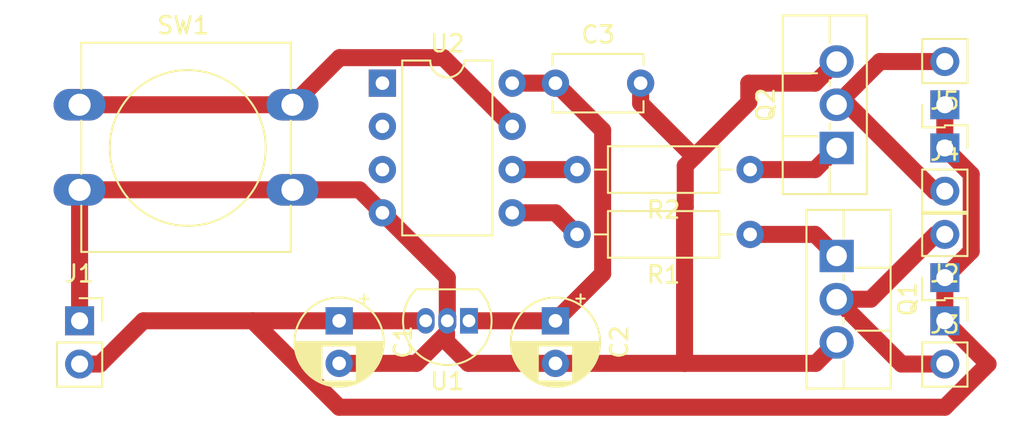
<source format=kicad_pcb>
(kicad_pcb (version 20171130) (host pcbnew 5.1.10-88a1d61d58~88~ubuntu18.04.1)

  (general
    (thickness 1.6)
    (drawings 0)
    (tracks 66)
    (zones 0)
    (modules 15)
    (nets 14)
  )

  (page USLetter)
  (title_block
    (title "LED Board Layout")
    (date 2021-07-04)
    (rev 1)
    (company "Matt Wachowski")
  )

  (layers
    (0 F.Cu signal)
    (31 B.Cu signal)
    (32 B.Adhes user)
    (33 F.Adhes user)
    (34 B.Paste user)
    (35 F.Paste user)
    (36 B.SilkS user)
    (37 F.SilkS user)
    (38 B.Mask user)
    (39 F.Mask user)
    (40 Dwgs.User user)
    (41 Cmts.User user)
    (42 Eco1.User user)
    (43 Eco2.User user)
    (44 Edge.Cuts user)
    (45 Margin user)
    (46 B.CrtYd user)
    (47 F.CrtYd user)
    (48 B.Fab user)
    (49 F.Fab user)
  )

  (setup
    (last_trace_width 1)
    (user_trace_width 1)
    (trace_clearance 0.2)
    (zone_clearance 0.508)
    (zone_45_only no)
    (trace_min 0.2)
    (via_size 0.8)
    (via_drill 0.4)
    (via_min_size 0.4)
    (via_min_drill 0.3)
    (uvia_size 0.3)
    (uvia_drill 0.1)
    (uvias_allowed no)
    (uvia_min_size 0.2)
    (uvia_min_drill 0.1)
    (edge_width 0.05)
    (segment_width 0.2)
    (pcb_text_width 0.3)
    (pcb_text_size 1.5 1.5)
    (mod_edge_width 0.12)
    (mod_text_size 1 1)
    (mod_text_width 0.15)
    (pad_size 1.524 1.524)
    (pad_drill 0.762)
    (pad_to_mask_clearance 0)
    (aux_axis_origin 0 0)
    (visible_elements FFFFEF7F)
    (pcbplotparams
      (layerselection 0x010fc_ffffffff)
      (usegerberextensions false)
      (usegerberattributes true)
      (usegerberadvancedattributes true)
      (creategerberjobfile true)
      (excludeedgelayer true)
      (linewidth 0.100000)
      (plotframeref false)
      (viasonmask false)
      (mode 1)
      (useauxorigin false)
      (hpglpennumber 1)
      (hpglpenspeed 20)
      (hpglpendiameter 15.000000)
      (psnegative false)
      (psa4output false)
      (plotreference true)
      (plotvalue true)
      (plotinvisibletext false)
      (padsonsilk false)
      (subtractmaskfromsilk false)
      (outputformat 1)
      (mirror false)
      (drillshape 1)
      (scaleselection 1)
      (outputdirectory ""))
  )

  (net 0 "")
  (net 1 GND)
  (net 2 "Net-(J2-Pad2)")
  (net 3 "Net-(Q1-Pad1)")
  (net 4 "Net-(J4-Pad2)")
  (net 5 "Net-(Q2-Pad1)")
  (net 6 "Net-(C2-Pad1)")
  (net 7 /12V)
  (net 8 "Net-(SW1-Pad1)")
  (net 9 "Net-(U2-Pad3)")
  (net 10 "Net-(R2-Pad2)")
  (net 11 "Net-(U2-Pad2)")
  (net 12 "Net-(R1-Pad2)")
  (net 13 "Net-(U2-Pad1)")

  (net_class Default "This is the default net class."
    (clearance 0.2)
    (trace_width 0.25)
    (via_dia 0.8)
    (via_drill 0.4)
    (uvia_dia 0.3)
    (uvia_drill 0.1)
    (add_net /12V)
    (add_net GND)
    (add_net "Net-(C2-Pad1)")
    (add_net "Net-(J2-Pad2)")
    (add_net "Net-(J4-Pad2)")
    (add_net "Net-(Q1-Pad1)")
    (add_net "Net-(Q2-Pad1)")
    (add_net "Net-(R1-Pad2)")
    (add_net "Net-(R2-Pad2)")
    (add_net "Net-(SW1-Pad1)")
    (add_net "Net-(U2-Pad1)")
    (add_net "Net-(U2-Pad2)")
    (add_net "Net-(U2-Pad3)")
  )

  (module Capacitor_THT:CP_Radial_D5.0mm_P2.50mm (layer F.Cu) (tedit 5AE50EF0) (tstamp 60E253F1)
    (at 160.02 137.16 270)
    (descr "CP, Radial series, Radial, pin pitch=2.50mm, , diameter=5mm, Electrolytic Capacitor")
    (tags "CP Radial series Radial pin pitch 2.50mm  diameter 5mm Electrolytic Capacitor")
    (path /60E35914)
    (fp_text reference C2 (at 1.25 -3.75 90) (layer F.SilkS)
      (effects (font (size 1 1) (thickness 0.15)))
    )
    (fp_text value 2.2u (at 1.25 3.75 90) (layer F.Fab)
      (effects (font (size 1 1) (thickness 0.15)))
    )
    (fp_text user %R (at 1.25 0 270) (layer F.Fab)
      (effects (font (size 1 1) (thickness 0.15)))
    )
    (fp_circle (center 1.25 0) (end 3.75 0) (layer F.Fab) (width 0.1))
    (fp_circle (center 1.25 0) (end 3.87 0) (layer F.SilkS) (width 0.12))
    (fp_circle (center 1.25 0) (end 4 0) (layer F.CrtYd) (width 0.05))
    (fp_line (start -0.883605 -1.0875) (end -0.383605 -1.0875) (layer F.Fab) (width 0.1))
    (fp_line (start -0.633605 -1.3375) (end -0.633605 -0.8375) (layer F.Fab) (width 0.1))
    (fp_line (start 1.25 -2.58) (end 1.25 2.58) (layer F.SilkS) (width 0.12))
    (fp_line (start 1.29 -2.58) (end 1.29 2.58) (layer F.SilkS) (width 0.12))
    (fp_line (start 1.33 -2.579) (end 1.33 2.579) (layer F.SilkS) (width 0.12))
    (fp_line (start 1.37 -2.578) (end 1.37 2.578) (layer F.SilkS) (width 0.12))
    (fp_line (start 1.41 -2.576) (end 1.41 2.576) (layer F.SilkS) (width 0.12))
    (fp_line (start 1.45 -2.573) (end 1.45 2.573) (layer F.SilkS) (width 0.12))
    (fp_line (start 1.49 -2.569) (end 1.49 -1.04) (layer F.SilkS) (width 0.12))
    (fp_line (start 1.49 1.04) (end 1.49 2.569) (layer F.SilkS) (width 0.12))
    (fp_line (start 1.53 -2.565) (end 1.53 -1.04) (layer F.SilkS) (width 0.12))
    (fp_line (start 1.53 1.04) (end 1.53 2.565) (layer F.SilkS) (width 0.12))
    (fp_line (start 1.57 -2.561) (end 1.57 -1.04) (layer F.SilkS) (width 0.12))
    (fp_line (start 1.57 1.04) (end 1.57 2.561) (layer F.SilkS) (width 0.12))
    (fp_line (start 1.61 -2.556) (end 1.61 -1.04) (layer F.SilkS) (width 0.12))
    (fp_line (start 1.61 1.04) (end 1.61 2.556) (layer F.SilkS) (width 0.12))
    (fp_line (start 1.65 -2.55) (end 1.65 -1.04) (layer F.SilkS) (width 0.12))
    (fp_line (start 1.65 1.04) (end 1.65 2.55) (layer F.SilkS) (width 0.12))
    (fp_line (start 1.69 -2.543) (end 1.69 -1.04) (layer F.SilkS) (width 0.12))
    (fp_line (start 1.69 1.04) (end 1.69 2.543) (layer F.SilkS) (width 0.12))
    (fp_line (start 1.73 -2.536) (end 1.73 -1.04) (layer F.SilkS) (width 0.12))
    (fp_line (start 1.73 1.04) (end 1.73 2.536) (layer F.SilkS) (width 0.12))
    (fp_line (start 1.77 -2.528) (end 1.77 -1.04) (layer F.SilkS) (width 0.12))
    (fp_line (start 1.77 1.04) (end 1.77 2.528) (layer F.SilkS) (width 0.12))
    (fp_line (start 1.81 -2.52) (end 1.81 -1.04) (layer F.SilkS) (width 0.12))
    (fp_line (start 1.81 1.04) (end 1.81 2.52) (layer F.SilkS) (width 0.12))
    (fp_line (start 1.85 -2.511) (end 1.85 -1.04) (layer F.SilkS) (width 0.12))
    (fp_line (start 1.85 1.04) (end 1.85 2.511) (layer F.SilkS) (width 0.12))
    (fp_line (start 1.89 -2.501) (end 1.89 -1.04) (layer F.SilkS) (width 0.12))
    (fp_line (start 1.89 1.04) (end 1.89 2.501) (layer F.SilkS) (width 0.12))
    (fp_line (start 1.93 -2.491) (end 1.93 -1.04) (layer F.SilkS) (width 0.12))
    (fp_line (start 1.93 1.04) (end 1.93 2.491) (layer F.SilkS) (width 0.12))
    (fp_line (start 1.971 -2.48) (end 1.971 -1.04) (layer F.SilkS) (width 0.12))
    (fp_line (start 1.971 1.04) (end 1.971 2.48) (layer F.SilkS) (width 0.12))
    (fp_line (start 2.011 -2.468) (end 2.011 -1.04) (layer F.SilkS) (width 0.12))
    (fp_line (start 2.011 1.04) (end 2.011 2.468) (layer F.SilkS) (width 0.12))
    (fp_line (start 2.051 -2.455) (end 2.051 -1.04) (layer F.SilkS) (width 0.12))
    (fp_line (start 2.051 1.04) (end 2.051 2.455) (layer F.SilkS) (width 0.12))
    (fp_line (start 2.091 -2.442) (end 2.091 -1.04) (layer F.SilkS) (width 0.12))
    (fp_line (start 2.091 1.04) (end 2.091 2.442) (layer F.SilkS) (width 0.12))
    (fp_line (start 2.131 -2.428) (end 2.131 -1.04) (layer F.SilkS) (width 0.12))
    (fp_line (start 2.131 1.04) (end 2.131 2.428) (layer F.SilkS) (width 0.12))
    (fp_line (start 2.171 -2.414) (end 2.171 -1.04) (layer F.SilkS) (width 0.12))
    (fp_line (start 2.171 1.04) (end 2.171 2.414) (layer F.SilkS) (width 0.12))
    (fp_line (start 2.211 -2.398) (end 2.211 -1.04) (layer F.SilkS) (width 0.12))
    (fp_line (start 2.211 1.04) (end 2.211 2.398) (layer F.SilkS) (width 0.12))
    (fp_line (start 2.251 -2.382) (end 2.251 -1.04) (layer F.SilkS) (width 0.12))
    (fp_line (start 2.251 1.04) (end 2.251 2.382) (layer F.SilkS) (width 0.12))
    (fp_line (start 2.291 -2.365) (end 2.291 -1.04) (layer F.SilkS) (width 0.12))
    (fp_line (start 2.291 1.04) (end 2.291 2.365) (layer F.SilkS) (width 0.12))
    (fp_line (start 2.331 -2.348) (end 2.331 -1.04) (layer F.SilkS) (width 0.12))
    (fp_line (start 2.331 1.04) (end 2.331 2.348) (layer F.SilkS) (width 0.12))
    (fp_line (start 2.371 -2.329) (end 2.371 -1.04) (layer F.SilkS) (width 0.12))
    (fp_line (start 2.371 1.04) (end 2.371 2.329) (layer F.SilkS) (width 0.12))
    (fp_line (start 2.411 -2.31) (end 2.411 -1.04) (layer F.SilkS) (width 0.12))
    (fp_line (start 2.411 1.04) (end 2.411 2.31) (layer F.SilkS) (width 0.12))
    (fp_line (start 2.451 -2.29) (end 2.451 -1.04) (layer F.SilkS) (width 0.12))
    (fp_line (start 2.451 1.04) (end 2.451 2.29) (layer F.SilkS) (width 0.12))
    (fp_line (start 2.491 -2.268) (end 2.491 -1.04) (layer F.SilkS) (width 0.12))
    (fp_line (start 2.491 1.04) (end 2.491 2.268) (layer F.SilkS) (width 0.12))
    (fp_line (start 2.531 -2.247) (end 2.531 -1.04) (layer F.SilkS) (width 0.12))
    (fp_line (start 2.531 1.04) (end 2.531 2.247) (layer F.SilkS) (width 0.12))
    (fp_line (start 2.571 -2.224) (end 2.571 -1.04) (layer F.SilkS) (width 0.12))
    (fp_line (start 2.571 1.04) (end 2.571 2.224) (layer F.SilkS) (width 0.12))
    (fp_line (start 2.611 -2.2) (end 2.611 -1.04) (layer F.SilkS) (width 0.12))
    (fp_line (start 2.611 1.04) (end 2.611 2.2) (layer F.SilkS) (width 0.12))
    (fp_line (start 2.651 -2.175) (end 2.651 -1.04) (layer F.SilkS) (width 0.12))
    (fp_line (start 2.651 1.04) (end 2.651 2.175) (layer F.SilkS) (width 0.12))
    (fp_line (start 2.691 -2.149) (end 2.691 -1.04) (layer F.SilkS) (width 0.12))
    (fp_line (start 2.691 1.04) (end 2.691 2.149) (layer F.SilkS) (width 0.12))
    (fp_line (start 2.731 -2.122) (end 2.731 -1.04) (layer F.SilkS) (width 0.12))
    (fp_line (start 2.731 1.04) (end 2.731 2.122) (layer F.SilkS) (width 0.12))
    (fp_line (start 2.771 -2.095) (end 2.771 -1.04) (layer F.SilkS) (width 0.12))
    (fp_line (start 2.771 1.04) (end 2.771 2.095) (layer F.SilkS) (width 0.12))
    (fp_line (start 2.811 -2.065) (end 2.811 -1.04) (layer F.SilkS) (width 0.12))
    (fp_line (start 2.811 1.04) (end 2.811 2.065) (layer F.SilkS) (width 0.12))
    (fp_line (start 2.851 -2.035) (end 2.851 -1.04) (layer F.SilkS) (width 0.12))
    (fp_line (start 2.851 1.04) (end 2.851 2.035) (layer F.SilkS) (width 0.12))
    (fp_line (start 2.891 -2.004) (end 2.891 -1.04) (layer F.SilkS) (width 0.12))
    (fp_line (start 2.891 1.04) (end 2.891 2.004) (layer F.SilkS) (width 0.12))
    (fp_line (start 2.931 -1.971) (end 2.931 -1.04) (layer F.SilkS) (width 0.12))
    (fp_line (start 2.931 1.04) (end 2.931 1.971) (layer F.SilkS) (width 0.12))
    (fp_line (start 2.971 -1.937) (end 2.971 -1.04) (layer F.SilkS) (width 0.12))
    (fp_line (start 2.971 1.04) (end 2.971 1.937) (layer F.SilkS) (width 0.12))
    (fp_line (start 3.011 -1.901) (end 3.011 -1.04) (layer F.SilkS) (width 0.12))
    (fp_line (start 3.011 1.04) (end 3.011 1.901) (layer F.SilkS) (width 0.12))
    (fp_line (start 3.051 -1.864) (end 3.051 -1.04) (layer F.SilkS) (width 0.12))
    (fp_line (start 3.051 1.04) (end 3.051 1.864) (layer F.SilkS) (width 0.12))
    (fp_line (start 3.091 -1.826) (end 3.091 -1.04) (layer F.SilkS) (width 0.12))
    (fp_line (start 3.091 1.04) (end 3.091 1.826) (layer F.SilkS) (width 0.12))
    (fp_line (start 3.131 -1.785) (end 3.131 -1.04) (layer F.SilkS) (width 0.12))
    (fp_line (start 3.131 1.04) (end 3.131 1.785) (layer F.SilkS) (width 0.12))
    (fp_line (start 3.171 -1.743) (end 3.171 -1.04) (layer F.SilkS) (width 0.12))
    (fp_line (start 3.171 1.04) (end 3.171 1.743) (layer F.SilkS) (width 0.12))
    (fp_line (start 3.211 -1.699) (end 3.211 -1.04) (layer F.SilkS) (width 0.12))
    (fp_line (start 3.211 1.04) (end 3.211 1.699) (layer F.SilkS) (width 0.12))
    (fp_line (start 3.251 -1.653) (end 3.251 -1.04) (layer F.SilkS) (width 0.12))
    (fp_line (start 3.251 1.04) (end 3.251 1.653) (layer F.SilkS) (width 0.12))
    (fp_line (start 3.291 -1.605) (end 3.291 -1.04) (layer F.SilkS) (width 0.12))
    (fp_line (start 3.291 1.04) (end 3.291 1.605) (layer F.SilkS) (width 0.12))
    (fp_line (start 3.331 -1.554) (end 3.331 -1.04) (layer F.SilkS) (width 0.12))
    (fp_line (start 3.331 1.04) (end 3.331 1.554) (layer F.SilkS) (width 0.12))
    (fp_line (start 3.371 -1.5) (end 3.371 -1.04) (layer F.SilkS) (width 0.12))
    (fp_line (start 3.371 1.04) (end 3.371 1.5) (layer F.SilkS) (width 0.12))
    (fp_line (start 3.411 -1.443) (end 3.411 -1.04) (layer F.SilkS) (width 0.12))
    (fp_line (start 3.411 1.04) (end 3.411 1.443) (layer F.SilkS) (width 0.12))
    (fp_line (start 3.451 -1.383) (end 3.451 -1.04) (layer F.SilkS) (width 0.12))
    (fp_line (start 3.451 1.04) (end 3.451 1.383) (layer F.SilkS) (width 0.12))
    (fp_line (start 3.491 -1.319) (end 3.491 -1.04) (layer F.SilkS) (width 0.12))
    (fp_line (start 3.491 1.04) (end 3.491 1.319) (layer F.SilkS) (width 0.12))
    (fp_line (start 3.531 -1.251) (end 3.531 -1.04) (layer F.SilkS) (width 0.12))
    (fp_line (start 3.531 1.04) (end 3.531 1.251) (layer F.SilkS) (width 0.12))
    (fp_line (start 3.571 -1.178) (end 3.571 1.178) (layer F.SilkS) (width 0.12))
    (fp_line (start 3.611 -1.098) (end 3.611 1.098) (layer F.SilkS) (width 0.12))
    (fp_line (start 3.651 -1.011) (end 3.651 1.011) (layer F.SilkS) (width 0.12))
    (fp_line (start 3.691 -0.915) (end 3.691 0.915) (layer F.SilkS) (width 0.12))
    (fp_line (start 3.731 -0.805) (end 3.731 0.805) (layer F.SilkS) (width 0.12))
    (fp_line (start 3.771 -0.677) (end 3.771 0.677) (layer F.SilkS) (width 0.12))
    (fp_line (start 3.811 -0.518) (end 3.811 0.518) (layer F.SilkS) (width 0.12))
    (fp_line (start 3.851 -0.284) (end 3.851 0.284) (layer F.SilkS) (width 0.12))
    (fp_line (start -1.554775 -1.475) (end -1.054775 -1.475) (layer F.SilkS) (width 0.12))
    (fp_line (start -1.304775 -1.725) (end -1.304775 -1.225) (layer F.SilkS) (width 0.12))
    (pad 2 thru_hole circle (at 2.5 0 270) (size 1.6 1.6) (drill 0.8) (layers *.Cu *.Mask)
      (net 1 GND))
    (pad 1 thru_hole rect (at 0 0 270) (size 1.6 1.6) (drill 0.8) (layers *.Cu *.Mask)
      (net 6 "Net-(C2-Pad1)"))
    (model ${KISYS3DMOD}/Capacitor_THT.3dshapes/CP_Radial_D5.0mm_P2.50mm.wrl
      (at (xyz 0 0 0))
      (scale (xyz 1 1 1))
      (rotate (xyz 0 0 0))
    )
  )

  (module Button_Switch_THT:SW_PUSH-12mm (layer F.Cu) (tedit 5D160D14) (tstamp 60E23B43)
    (at 132.08 124.46)
    (descr "SW PUSH 12mm https://www.e-switch.com/system/asset/product_line/data_sheet/143/TL1100.pdf")
    (tags "tact sw push 12mm")
    (path /60E78C0F)
    (fp_text reference SW1 (at 6.08 -4.66) (layer F.SilkS)
      (effects (font (size 1 1) (thickness 0.15)))
    )
    (fp_text value SW_Push (at 6.62 9.93) (layer F.Fab)
      (effects (font (size 1 1) (thickness 0.15)))
    )
    (fp_text user %R (at 6.35 2.54) (layer F.Fab)
      (effects (font (size 1 1) (thickness 0.15)))
    )
    (fp_line (start 0.25 8.5) (end 12.25 8.5) (layer F.Fab) (width 0.1))
    (fp_line (start 0.25 -3.5) (end 12.25 -3.5) (layer F.Fab) (width 0.1))
    (fp_line (start 12.25 -3.5) (end 12.25 8.5) (layer F.Fab) (width 0.1))
    (fp_line (start 0.1 -3.65) (end 12.4 -3.65) (layer F.SilkS) (width 0.12))
    (fp_line (start 12.4 0.93) (end 12.4 4.07) (layer F.SilkS) (width 0.12))
    (fp_line (start 12.4 8.65) (end 0.1 8.65) (layer F.SilkS) (width 0.12))
    (fp_line (start 0.1 -0.93) (end 0.1 -3.65) (layer F.SilkS) (width 0.12))
    (fp_line (start -1.77 -3.75) (end 14.25 -3.75) (layer F.CrtYd) (width 0.05))
    (fp_line (start -1.77 -3.75) (end -1.77 8.75) (layer F.CrtYd) (width 0.05))
    (fp_line (start 14.25 8.75) (end 14.25 -3.75) (layer F.CrtYd) (width 0.05))
    (fp_line (start 14.25 8.75) (end -1.77 8.75) (layer F.CrtYd) (width 0.05))
    (fp_circle (center 6.35 2.54) (end 10.16 5.08) (layer F.SilkS) (width 0.12))
    (fp_line (start 0.25 -3.5) (end 0.25 8.5) (layer F.Fab) (width 0.1))
    (fp_line (start 0.1 8.65) (end 0.1 5.93) (layer F.SilkS) (width 0.12))
    (fp_line (start 0.1 4.07) (end 0.1 0.93) (layer F.SilkS) (width 0.12))
    (fp_line (start 12.4 5.93) (end 12.4 8.65) (layer F.SilkS) (width 0.12))
    (fp_line (start 12.4 -3.65) (end 12.4 -0.93) (layer F.SilkS) (width 0.12))
    (pad 2 thru_hole oval (at 0 5) (size 3.048 1.85) (drill 1.3) (layers *.Cu *.Mask)
      (net 1 GND))
    (pad 1 thru_hole oval (at 0 0) (size 3.048 1.85) (drill 1.3) (layers *.Cu *.Mask)
      (net 8 "Net-(SW1-Pad1)"))
    (pad 2 thru_hole oval (at 12.5 5) (size 3.048 1.85) (drill 1.3) (layers *.Cu *.Mask)
      (net 1 GND))
    (pad 1 thru_hole oval (at 12.5 0) (size 3.048 1.85) (drill 1.3) (layers *.Cu *.Mask)
      (net 8 "Net-(SW1-Pad1)"))
    (model ${KISYS3DMOD}/Button_Switch_THT.3dshapes/SW_PUSH-12mm.wrl
      (at (xyz 0 0 0))
      (scale (xyz 1 1 1))
      (rotate (xyz 0 0 0))
    )
  )

  (module Resistor_THT:R_Axial_DIN0207_L6.3mm_D2.5mm_P10.16mm_Horizontal (layer F.Cu) (tedit 5AE5139B) (tstamp 60E257F2)
    (at 171.45 128.27 180)
    (descr "Resistor, Axial_DIN0207 series, Axial, Horizontal, pin pitch=10.16mm, 0.25W = 1/4W, length*diameter=6.3*2.5mm^2, http://cdn-reichelt.de/documents/datenblatt/B400/1_4W%23YAG.pdf")
    (tags "Resistor Axial_DIN0207 series Axial Horizontal pin pitch 10.16mm 0.25W = 1/4W length 6.3mm diameter 2.5mm")
    (path /60E27044)
    (fp_text reference R2 (at 5.08 -2.37) (layer F.SilkS)
      (effects (font (size 1 1) (thickness 0.15)))
    )
    (fp_text value 1000 (at 5.08 2.37) (layer F.Fab)
      (effects (font (size 1 1) (thickness 0.15)))
    )
    (fp_text user %R (at 5.08 0) (layer F.Fab)
      (effects (font (size 1 1) (thickness 0.15)))
    )
    (fp_line (start 1.93 -1.25) (end 1.93 1.25) (layer F.Fab) (width 0.1))
    (fp_line (start 1.93 1.25) (end 8.23 1.25) (layer F.Fab) (width 0.1))
    (fp_line (start 8.23 1.25) (end 8.23 -1.25) (layer F.Fab) (width 0.1))
    (fp_line (start 8.23 -1.25) (end 1.93 -1.25) (layer F.Fab) (width 0.1))
    (fp_line (start 0 0) (end 1.93 0) (layer F.Fab) (width 0.1))
    (fp_line (start 10.16 0) (end 8.23 0) (layer F.Fab) (width 0.1))
    (fp_line (start 1.81 -1.37) (end 1.81 1.37) (layer F.SilkS) (width 0.12))
    (fp_line (start 1.81 1.37) (end 8.35 1.37) (layer F.SilkS) (width 0.12))
    (fp_line (start 8.35 1.37) (end 8.35 -1.37) (layer F.SilkS) (width 0.12))
    (fp_line (start 8.35 -1.37) (end 1.81 -1.37) (layer F.SilkS) (width 0.12))
    (fp_line (start 1.04 0) (end 1.81 0) (layer F.SilkS) (width 0.12))
    (fp_line (start 9.12 0) (end 8.35 0) (layer F.SilkS) (width 0.12))
    (fp_line (start -1.05 -1.5) (end -1.05 1.5) (layer F.CrtYd) (width 0.05))
    (fp_line (start -1.05 1.5) (end 11.21 1.5) (layer F.CrtYd) (width 0.05))
    (fp_line (start 11.21 1.5) (end 11.21 -1.5) (layer F.CrtYd) (width 0.05))
    (fp_line (start 11.21 -1.5) (end -1.05 -1.5) (layer F.CrtYd) (width 0.05))
    (pad 2 thru_hole oval (at 10.16 0 180) (size 1.6 1.6) (drill 0.8) (layers *.Cu *.Mask)
      (net 10 "Net-(R2-Pad2)"))
    (pad 1 thru_hole circle (at 0 0 180) (size 1.6 1.6) (drill 0.8) (layers *.Cu *.Mask)
      (net 5 "Net-(Q2-Pad1)"))
    (model ${KISYS3DMOD}/Resistor_THT.3dshapes/R_Axial_DIN0207_L6.3mm_D2.5mm_P10.16mm_Horizontal.wrl
      (at (xyz 0 0 0))
      (scale (xyz 1 1 1))
      (rotate (xyz 0 0 0))
    )
  )

  (module Resistor_THT:R_Axial_DIN0207_L6.3mm_D2.5mm_P10.16mm_Horizontal (layer F.Cu) (tedit 5AE5139B) (tstamp 60E25756)
    (at 171.45 132.08 180)
    (descr "Resistor, Axial_DIN0207 series, Axial, Horizontal, pin pitch=10.16mm, 0.25W = 1/4W, length*diameter=6.3*2.5mm^2, http://cdn-reichelt.de/documents/datenblatt/B400/1_4W%23YAG.pdf")
    (tags "Resistor Axial_DIN0207 series Axial Horizontal pin pitch 10.16mm 0.25W = 1/4W length 6.3mm diameter 2.5mm")
    (path /60E25E55)
    (fp_text reference R1 (at 5.08 -2.37) (layer F.SilkS)
      (effects (font (size 1 1) (thickness 0.15)))
    )
    (fp_text value 1000 (at 5.08 2.37) (layer F.Fab)
      (effects (font (size 1 1) (thickness 0.15)))
    )
    (fp_text user %R (at 5.08 0) (layer F.Fab)
      (effects (font (size 1 1) (thickness 0.15)))
    )
    (fp_line (start 1.93 -1.25) (end 1.93 1.25) (layer F.Fab) (width 0.1))
    (fp_line (start 1.93 1.25) (end 8.23 1.25) (layer F.Fab) (width 0.1))
    (fp_line (start 8.23 1.25) (end 8.23 -1.25) (layer F.Fab) (width 0.1))
    (fp_line (start 8.23 -1.25) (end 1.93 -1.25) (layer F.Fab) (width 0.1))
    (fp_line (start 0 0) (end 1.93 0) (layer F.Fab) (width 0.1))
    (fp_line (start 10.16 0) (end 8.23 0) (layer F.Fab) (width 0.1))
    (fp_line (start 1.81 -1.37) (end 1.81 1.37) (layer F.SilkS) (width 0.12))
    (fp_line (start 1.81 1.37) (end 8.35 1.37) (layer F.SilkS) (width 0.12))
    (fp_line (start 8.35 1.37) (end 8.35 -1.37) (layer F.SilkS) (width 0.12))
    (fp_line (start 8.35 -1.37) (end 1.81 -1.37) (layer F.SilkS) (width 0.12))
    (fp_line (start 1.04 0) (end 1.81 0) (layer F.SilkS) (width 0.12))
    (fp_line (start 9.12 0) (end 8.35 0) (layer F.SilkS) (width 0.12))
    (fp_line (start -1.05 -1.5) (end -1.05 1.5) (layer F.CrtYd) (width 0.05))
    (fp_line (start -1.05 1.5) (end 11.21 1.5) (layer F.CrtYd) (width 0.05))
    (fp_line (start 11.21 1.5) (end 11.21 -1.5) (layer F.CrtYd) (width 0.05))
    (fp_line (start 11.21 -1.5) (end -1.05 -1.5) (layer F.CrtYd) (width 0.05))
    (pad 2 thru_hole oval (at 10.16 0 180) (size 1.6 1.6) (drill 0.8) (layers *.Cu *.Mask)
      (net 12 "Net-(R1-Pad2)"))
    (pad 1 thru_hole circle (at 0 0 180) (size 1.6 1.6) (drill 0.8) (layers *.Cu *.Mask)
      (net 3 "Net-(Q1-Pad1)"))
    (model ${KISYS3DMOD}/Resistor_THT.3dshapes/R_Axial_DIN0207_L6.3mm_D2.5mm_P10.16mm_Horizontal.wrl
      (at (xyz 0 0 0))
      (scale (xyz 1 1 1))
      (rotate (xyz 0 0 0))
    )
  )

  (module Connector_PinSocket_2.54mm:PinSocket_1x02_P2.54mm_Vertical (layer F.Cu) (tedit 5A19A420) (tstamp 60E26481)
    (at 182.88 127)
    (descr "Through hole straight socket strip, 1x02, 2.54mm pitch, single row (from Kicad 4.0.7), script generated")
    (tags "Through hole socket strip THT 1x02 2.54mm single row")
    (path /60E4FD5E)
    (fp_text reference J5 (at 0 -2.77) (layer F.SilkS)
      (effects (font (size 1 1) (thickness 0.15)))
    )
    (fp_text value Conn_02x01 (at 0 5.31) (layer F.Fab)
      (effects (font (size 1 1) (thickness 0.15)))
    )
    (fp_text user %R (at 0 1.27 90) (layer F.Fab)
      (effects (font (size 1 1) (thickness 0.15)))
    )
    (fp_line (start -1.27 -1.27) (end 0.635 -1.27) (layer F.Fab) (width 0.1))
    (fp_line (start 0.635 -1.27) (end 1.27 -0.635) (layer F.Fab) (width 0.1))
    (fp_line (start 1.27 -0.635) (end 1.27 3.81) (layer F.Fab) (width 0.1))
    (fp_line (start 1.27 3.81) (end -1.27 3.81) (layer F.Fab) (width 0.1))
    (fp_line (start -1.27 3.81) (end -1.27 -1.27) (layer F.Fab) (width 0.1))
    (fp_line (start -1.33 1.27) (end 1.33 1.27) (layer F.SilkS) (width 0.12))
    (fp_line (start -1.33 1.27) (end -1.33 3.87) (layer F.SilkS) (width 0.12))
    (fp_line (start -1.33 3.87) (end 1.33 3.87) (layer F.SilkS) (width 0.12))
    (fp_line (start 1.33 1.27) (end 1.33 3.87) (layer F.SilkS) (width 0.12))
    (fp_line (start 1.33 -1.33) (end 1.33 0) (layer F.SilkS) (width 0.12))
    (fp_line (start 0 -1.33) (end 1.33 -1.33) (layer F.SilkS) (width 0.12))
    (fp_line (start -1.8 -1.8) (end 1.75 -1.8) (layer F.CrtYd) (width 0.05))
    (fp_line (start 1.75 -1.8) (end 1.75 4.3) (layer F.CrtYd) (width 0.05))
    (fp_line (start 1.75 4.3) (end -1.8 4.3) (layer F.CrtYd) (width 0.05))
    (fp_line (start -1.8 4.3) (end -1.8 -1.8) (layer F.CrtYd) (width 0.05))
    (pad 2 thru_hole oval (at 0 2.54) (size 1.7 1.7) (drill 1) (layers *.Cu *.Mask)
      (net 4 "Net-(J4-Pad2)"))
    (pad 1 thru_hole rect (at 0 0) (size 1.7 1.7) (drill 1) (layers *.Cu *.Mask)
      (net 7 /12V))
    (model ${KISYS3DMOD}/Connector_PinSocket_2.54mm.3dshapes/PinSocket_1x02_P2.54mm_Vertical.wrl
      (at (xyz 0 0 0))
      (scale (xyz 1 1 1))
      (rotate (xyz 0 0 0))
    )
  )

  (module Connector_PinSocket_2.54mm:PinSocket_1x02_P2.54mm_Vertical (layer F.Cu) (tedit 5A19A420) (tstamp 60E23A75)
    (at 182.88 124.46 180)
    (descr "Through hole straight socket strip, 1x02, 2.54mm pitch, single row (from Kicad 4.0.7), script generated")
    (tags "Through hole socket strip THT 1x02 2.54mm single row")
    (path /60E50D4E)
    (fp_text reference J4 (at 0 -2.77) (layer F.SilkS)
      (effects (font (size 1 1) (thickness 0.15)))
    )
    (fp_text value Conn_02x01 (at 0 5.31) (layer F.Fab)
      (effects (font (size 1 1) (thickness 0.15)))
    )
    (fp_text user %R (at 0 1.27 90) (layer F.Fab)
      (effects (font (size 1 1) (thickness 0.15)))
    )
    (fp_line (start -1.27 -1.27) (end 0.635 -1.27) (layer F.Fab) (width 0.1))
    (fp_line (start 0.635 -1.27) (end 1.27 -0.635) (layer F.Fab) (width 0.1))
    (fp_line (start 1.27 -0.635) (end 1.27 3.81) (layer F.Fab) (width 0.1))
    (fp_line (start 1.27 3.81) (end -1.27 3.81) (layer F.Fab) (width 0.1))
    (fp_line (start -1.27 3.81) (end -1.27 -1.27) (layer F.Fab) (width 0.1))
    (fp_line (start -1.33 1.27) (end 1.33 1.27) (layer F.SilkS) (width 0.12))
    (fp_line (start -1.33 1.27) (end -1.33 3.87) (layer F.SilkS) (width 0.12))
    (fp_line (start -1.33 3.87) (end 1.33 3.87) (layer F.SilkS) (width 0.12))
    (fp_line (start 1.33 1.27) (end 1.33 3.87) (layer F.SilkS) (width 0.12))
    (fp_line (start 1.33 -1.33) (end 1.33 0) (layer F.SilkS) (width 0.12))
    (fp_line (start 0 -1.33) (end 1.33 -1.33) (layer F.SilkS) (width 0.12))
    (fp_line (start -1.8 -1.8) (end 1.75 -1.8) (layer F.CrtYd) (width 0.05))
    (fp_line (start 1.75 -1.8) (end 1.75 4.3) (layer F.CrtYd) (width 0.05))
    (fp_line (start 1.75 4.3) (end -1.8 4.3) (layer F.CrtYd) (width 0.05))
    (fp_line (start -1.8 4.3) (end -1.8 -1.8) (layer F.CrtYd) (width 0.05))
    (pad 2 thru_hole oval (at 0 2.54 180) (size 1.7 1.7) (drill 1) (layers *.Cu *.Mask)
      (net 4 "Net-(J4-Pad2)"))
    (pad 1 thru_hole rect (at 0 0 180) (size 1.7 1.7) (drill 1) (layers *.Cu *.Mask)
      (net 7 /12V))
    (model ${KISYS3DMOD}/Connector_PinSocket_2.54mm.3dshapes/PinSocket_1x02_P2.54mm_Vertical.wrl
      (at (xyz 0 0 0))
      (scale (xyz 1 1 1))
      (rotate (xyz 0 0 0))
    )
  )

  (module Connector_PinSocket_2.54mm:PinSocket_1x02_P2.54mm_Vertical (layer F.Cu) (tedit 5A19A420) (tstamp 60E23A5F)
    (at 182.88 134.62 180)
    (descr "Through hole straight socket strip, 1x02, 2.54mm pitch, single row (from Kicad 4.0.7), script generated")
    (tags "Through hole socket strip THT 1x02 2.54mm single row")
    (path /60E4E9EE)
    (fp_text reference J3 (at 0 -2.77) (layer F.SilkS)
      (effects (font (size 1 1) (thickness 0.15)))
    )
    (fp_text value Conn_02x01 (at 0 5.31) (layer F.Fab)
      (effects (font (size 1 1) (thickness 0.15)))
    )
    (fp_text user %R (at 0 1.27 90) (layer F.Fab)
      (effects (font (size 1 1) (thickness 0.15)))
    )
    (fp_line (start -1.27 -1.27) (end 0.635 -1.27) (layer F.Fab) (width 0.1))
    (fp_line (start 0.635 -1.27) (end 1.27 -0.635) (layer F.Fab) (width 0.1))
    (fp_line (start 1.27 -0.635) (end 1.27 3.81) (layer F.Fab) (width 0.1))
    (fp_line (start 1.27 3.81) (end -1.27 3.81) (layer F.Fab) (width 0.1))
    (fp_line (start -1.27 3.81) (end -1.27 -1.27) (layer F.Fab) (width 0.1))
    (fp_line (start -1.33 1.27) (end 1.33 1.27) (layer F.SilkS) (width 0.12))
    (fp_line (start -1.33 1.27) (end -1.33 3.87) (layer F.SilkS) (width 0.12))
    (fp_line (start -1.33 3.87) (end 1.33 3.87) (layer F.SilkS) (width 0.12))
    (fp_line (start 1.33 1.27) (end 1.33 3.87) (layer F.SilkS) (width 0.12))
    (fp_line (start 1.33 -1.33) (end 1.33 0) (layer F.SilkS) (width 0.12))
    (fp_line (start 0 -1.33) (end 1.33 -1.33) (layer F.SilkS) (width 0.12))
    (fp_line (start -1.8 -1.8) (end 1.75 -1.8) (layer F.CrtYd) (width 0.05))
    (fp_line (start 1.75 -1.8) (end 1.75 4.3) (layer F.CrtYd) (width 0.05))
    (fp_line (start 1.75 4.3) (end -1.8 4.3) (layer F.CrtYd) (width 0.05))
    (fp_line (start -1.8 4.3) (end -1.8 -1.8) (layer F.CrtYd) (width 0.05))
    (pad 2 thru_hole oval (at 0 2.54 180) (size 1.7 1.7) (drill 1) (layers *.Cu *.Mask)
      (net 2 "Net-(J2-Pad2)"))
    (pad 1 thru_hole rect (at 0 0 180) (size 1.7 1.7) (drill 1) (layers *.Cu *.Mask)
      (net 7 /12V))
    (model ${KISYS3DMOD}/Connector_PinSocket_2.54mm.3dshapes/PinSocket_1x02_P2.54mm_Vertical.wrl
      (at (xyz 0 0 0))
      (scale (xyz 1 1 1))
      (rotate (xyz 0 0 0))
    )
  )

  (module Connector_PinSocket_2.54mm:PinSocket_1x02_P2.54mm_Vertical (layer F.Cu) (tedit 5A19A420) (tstamp 60E23A49)
    (at 182.88 137.16)
    (descr "Through hole straight socket strip, 1x02, 2.54mm pitch, single row (from Kicad 4.0.7), script generated")
    (tags "Through hole socket strip THT 1x02 2.54mm single row")
    (path /60E4DC12)
    (fp_text reference J2 (at 0 -2.77) (layer F.SilkS)
      (effects (font (size 1 1) (thickness 0.15)))
    )
    (fp_text value Conn_02x01 (at 0 5.31) (layer F.Fab)
      (effects (font (size 1 1) (thickness 0.15)))
    )
    (fp_text user %R (at 0 1.27 90) (layer F.Fab)
      (effects (font (size 1 1) (thickness 0.15)))
    )
    (fp_line (start -1.27 -1.27) (end 0.635 -1.27) (layer F.Fab) (width 0.1))
    (fp_line (start 0.635 -1.27) (end 1.27 -0.635) (layer F.Fab) (width 0.1))
    (fp_line (start 1.27 -0.635) (end 1.27 3.81) (layer F.Fab) (width 0.1))
    (fp_line (start 1.27 3.81) (end -1.27 3.81) (layer F.Fab) (width 0.1))
    (fp_line (start -1.27 3.81) (end -1.27 -1.27) (layer F.Fab) (width 0.1))
    (fp_line (start -1.33 1.27) (end 1.33 1.27) (layer F.SilkS) (width 0.12))
    (fp_line (start -1.33 1.27) (end -1.33 3.87) (layer F.SilkS) (width 0.12))
    (fp_line (start -1.33 3.87) (end 1.33 3.87) (layer F.SilkS) (width 0.12))
    (fp_line (start 1.33 1.27) (end 1.33 3.87) (layer F.SilkS) (width 0.12))
    (fp_line (start 1.33 -1.33) (end 1.33 0) (layer F.SilkS) (width 0.12))
    (fp_line (start 0 -1.33) (end 1.33 -1.33) (layer F.SilkS) (width 0.12))
    (fp_line (start -1.8 -1.8) (end 1.75 -1.8) (layer F.CrtYd) (width 0.05))
    (fp_line (start 1.75 -1.8) (end 1.75 4.3) (layer F.CrtYd) (width 0.05))
    (fp_line (start 1.75 4.3) (end -1.8 4.3) (layer F.CrtYd) (width 0.05))
    (fp_line (start -1.8 4.3) (end -1.8 -1.8) (layer F.CrtYd) (width 0.05))
    (pad 2 thru_hole oval (at 0 2.54) (size 1.7 1.7) (drill 1) (layers *.Cu *.Mask)
      (net 2 "Net-(J2-Pad2)"))
    (pad 1 thru_hole rect (at 0 0) (size 1.7 1.7) (drill 1) (layers *.Cu *.Mask)
      (net 7 /12V))
    (model ${KISYS3DMOD}/Connector_PinSocket_2.54mm.3dshapes/PinSocket_1x02_P2.54mm_Vertical.wrl
      (at (xyz 0 0 0))
      (scale (xyz 1 1 1))
      (rotate (xyz 0 0 0))
    )
  )

  (module Connector_PinSocket_2.54mm:PinSocket_1x02_P2.54mm_Vertical (layer F.Cu) (tedit 5A19A420) (tstamp 60E2632D)
    (at 132.08 137.16)
    (descr "Through hole straight socket strip, 1x02, 2.54mm pitch, single row (from Kicad 4.0.7), script generated")
    (tags "Through hole socket strip THT 1x02 2.54mm single row")
    (path /60E462C8)
    (fp_text reference J1 (at 0 -2.77) (layer F.SilkS)
      (effects (font (size 1 1) (thickness 0.15)))
    )
    (fp_text value Conn_02x01 (at 0 5.31) (layer F.Fab)
      (effects (font (size 1 1) (thickness 0.15)))
    )
    (fp_text user %R (at 0 1.27 90) (layer F.Fab)
      (effects (font (size 1 1) (thickness 0.15)))
    )
    (fp_line (start -1.27 -1.27) (end 0.635 -1.27) (layer F.Fab) (width 0.1))
    (fp_line (start 0.635 -1.27) (end 1.27 -0.635) (layer F.Fab) (width 0.1))
    (fp_line (start 1.27 -0.635) (end 1.27 3.81) (layer F.Fab) (width 0.1))
    (fp_line (start 1.27 3.81) (end -1.27 3.81) (layer F.Fab) (width 0.1))
    (fp_line (start -1.27 3.81) (end -1.27 -1.27) (layer F.Fab) (width 0.1))
    (fp_line (start -1.33 1.27) (end 1.33 1.27) (layer F.SilkS) (width 0.12))
    (fp_line (start -1.33 1.27) (end -1.33 3.87) (layer F.SilkS) (width 0.12))
    (fp_line (start -1.33 3.87) (end 1.33 3.87) (layer F.SilkS) (width 0.12))
    (fp_line (start 1.33 1.27) (end 1.33 3.87) (layer F.SilkS) (width 0.12))
    (fp_line (start 1.33 -1.33) (end 1.33 0) (layer F.SilkS) (width 0.12))
    (fp_line (start 0 -1.33) (end 1.33 -1.33) (layer F.SilkS) (width 0.12))
    (fp_line (start -1.8 -1.8) (end 1.75 -1.8) (layer F.CrtYd) (width 0.05))
    (fp_line (start 1.75 -1.8) (end 1.75 4.3) (layer F.CrtYd) (width 0.05))
    (fp_line (start 1.75 4.3) (end -1.8 4.3) (layer F.CrtYd) (width 0.05))
    (fp_line (start -1.8 4.3) (end -1.8 -1.8) (layer F.CrtYd) (width 0.05))
    (pad 2 thru_hole oval (at 0 2.54) (size 1.7 1.7) (drill 1) (layers *.Cu *.Mask)
      (net 7 /12V))
    (pad 1 thru_hole rect (at 0 0) (size 1.7 1.7) (drill 1) (layers *.Cu *.Mask)
      (net 1 GND))
    (model ${KISYS3DMOD}/Connector_PinSocket_2.54mm.3dshapes/PinSocket_1x02_P2.54mm_Vertical.wrl
      (at (xyz 0 0 0))
      (scale (xyz 1 1 1))
      (rotate (xyz 0 0 0))
    )
  )

  (module Capacitor_THT:C_Disc_D5.1mm_W3.2mm_P5.00mm (layer F.Cu) (tedit 5AE50EF0) (tstamp 60E23A1D)
    (at 160.02 123.19)
    (descr "C, Disc series, Radial, pin pitch=5.00mm, , diameter*width=5.1*3.2mm^2, Capacitor, http://www.vishay.com/docs/45233/krseries.pdf")
    (tags "C Disc series Radial pin pitch 5.00mm  diameter 5.1mm width 3.2mm Capacitor")
    (path /60E3F6E3)
    (fp_text reference C3 (at 2.5 -2.85) (layer F.SilkS)
      (effects (font (size 1 1) (thickness 0.15)))
    )
    (fp_text value 100n (at 2.5 2.85) (layer F.Fab)
      (effects (font (size 1 1) (thickness 0.15)))
    )
    (fp_text user %R (at 2.5 0) (layer F.Fab)
      (effects (font (size 1 1) (thickness 0.15)))
    )
    (fp_line (start -0.05 -1.6) (end -0.05 1.6) (layer F.Fab) (width 0.1))
    (fp_line (start -0.05 1.6) (end 5.05 1.6) (layer F.Fab) (width 0.1))
    (fp_line (start 5.05 1.6) (end 5.05 -1.6) (layer F.Fab) (width 0.1))
    (fp_line (start 5.05 -1.6) (end -0.05 -1.6) (layer F.Fab) (width 0.1))
    (fp_line (start -0.17 -1.721) (end 5.17 -1.721) (layer F.SilkS) (width 0.12))
    (fp_line (start -0.17 1.721) (end 5.17 1.721) (layer F.SilkS) (width 0.12))
    (fp_line (start -0.17 -1.721) (end -0.17 -1.055) (layer F.SilkS) (width 0.12))
    (fp_line (start -0.17 1.055) (end -0.17 1.721) (layer F.SilkS) (width 0.12))
    (fp_line (start 5.17 -1.721) (end 5.17 -1.055) (layer F.SilkS) (width 0.12))
    (fp_line (start 5.17 1.055) (end 5.17 1.721) (layer F.SilkS) (width 0.12))
    (fp_line (start -1.05 -1.85) (end -1.05 1.85) (layer F.CrtYd) (width 0.05))
    (fp_line (start -1.05 1.85) (end 6.05 1.85) (layer F.CrtYd) (width 0.05))
    (fp_line (start 6.05 1.85) (end 6.05 -1.85) (layer F.CrtYd) (width 0.05))
    (fp_line (start 6.05 -1.85) (end -1.05 -1.85) (layer F.CrtYd) (width 0.05))
    (pad 2 thru_hole circle (at 5 0) (size 1.6 1.6) (drill 0.8) (layers *.Cu *.Mask)
      (net 1 GND))
    (pad 1 thru_hole circle (at 0 0) (size 1.6 1.6) (drill 0.8) (layers *.Cu *.Mask)
      (net 6 "Net-(C2-Pad1)"))
    (model ${KISYS3DMOD}/Capacitor_THT.3dshapes/C_Disc_D5.1mm_W3.2mm_P5.00mm.wrl
      (at (xyz 0 0 0))
      (scale (xyz 1 1 1))
      (rotate (xyz 0 0 0))
    )
  )

  (module Capacitor_THT:CP_Radial_D5.0mm_P2.50mm (layer F.Cu) (tedit 5AE50EF0) (tstamp 60E23984)
    (at 147.32 137.16 270)
    (descr "CP, Radial series, Radial, pin pitch=2.50mm, , diameter=5mm, Electrolytic Capacitor")
    (tags "CP Radial series Radial pin pitch 2.50mm  diameter 5mm Electrolytic Capacitor")
    (path /60E36969)
    (fp_text reference C1 (at 1.25 -3.75 90) (layer F.SilkS)
      (effects (font (size 1 1) (thickness 0.15)))
    )
    (fp_text value 1u (at 1.25 3.75 90) (layer F.Fab)
      (effects (font (size 1 1) (thickness 0.15)))
    )
    (fp_text user %R (at 1.25 0 90) (layer F.Fab)
      (effects (font (size 1 1) (thickness 0.15)))
    )
    (fp_circle (center 1.25 0) (end 3.75 0) (layer F.Fab) (width 0.1))
    (fp_circle (center 1.25 0) (end 3.87 0) (layer F.SilkS) (width 0.12))
    (fp_circle (center 1.25 0) (end 4 0) (layer F.CrtYd) (width 0.05))
    (fp_line (start -0.883605 -1.0875) (end -0.383605 -1.0875) (layer F.Fab) (width 0.1))
    (fp_line (start -0.633605 -1.3375) (end -0.633605 -0.8375) (layer F.Fab) (width 0.1))
    (fp_line (start 1.25 -2.58) (end 1.25 2.58) (layer F.SilkS) (width 0.12))
    (fp_line (start 1.29 -2.58) (end 1.29 2.58) (layer F.SilkS) (width 0.12))
    (fp_line (start 1.33 -2.579) (end 1.33 2.579) (layer F.SilkS) (width 0.12))
    (fp_line (start 1.37 -2.578) (end 1.37 2.578) (layer F.SilkS) (width 0.12))
    (fp_line (start 1.41 -2.576) (end 1.41 2.576) (layer F.SilkS) (width 0.12))
    (fp_line (start 1.45 -2.573) (end 1.45 2.573) (layer F.SilkS) (width 0.12))
    (fp_line (start 1.49 -2.569) (end 1.49 -1.04) (layer F.SilkS) (width 0.12))
    (fp_line (start 1.49 1.04) (end 1.49 2.569) (layer F.SilkS) (width 0.12))
    (fp_line (start 1.53 -2.565) (end 1.53 -1.04) (layer F.SilkS) (width 0.12))
    (fp_line (start 1.53 1.04) (end 1.53 2.565) (layer F.SilkS) (width 0.12))
    (fp_line (start 1.57 -2.561) (end 1.57 -1.04) (layer F.SilkS) (width 0.12))
    (fp_line (start 1.57 1.04) (end 1.57 2.561) (layer F.SilkS) (width 0.12))
    (fp_line (start 1.61 -2.556) (end 1.61 -1.04) (layer F.SilkS) (width 0.12))
    (fp_line (start 1.61 1.04) (end 1.61 2.556) (layer F.SilkS) (width 0.12))
    (fp_line (start 1.65 -2.55) (end 1.65 -1.04) (layer F.SilkS) (width 0.12))
    (fp_line (start 1.65 1.04) (end 1.65 2.55) (layer F.SilkS) (width 0.12))
    (fp_line (start 1.69 -2.543) (end 1.69 -1.04) (layer F.SilkS) (width 0.12))
    (fp_line (start 1.69 1.04) (end 1.69 2.543) (layer F.SilkS) (width 0.12))
    (fp_line (start 1.73 -2.536) (end 1.73 -1.04) (layer F.SilkS) (width 0.12))
    (fp_line (start 1.73 1.04) (end 1.73 2.536) (layer F.SilkS) (width 0.12))
    (fp_line (start 1.77 -2.528) (end 1.77 -1.04) (layer F.SilkS) (width 0.12))
    (fp_line (start 1.77 1.04) (end 1.77 2.528) (layer F.SilkS) (width 0.12))
    (fp_line (start 1.81 -2.52) (end 1.81 -1.04) (layer F.SilkS) (width 0.12))
    (fp_line (start 1.81 1.04) (end 1.81 2.52) (layer F.SilkS) (width 0.12))
    (fp_line (start 1.85 -2.511) (end 1.85 -1.04) (layer F.SilkS) (width 0.12))
    (fp_line (start 1.85 1.04) (end 1.85 2.511) (layer F.SilkS) (width 0.12))
    (fp_line (start 1.89 -2.501) (end 1.89 -1.04) (layer F.SilkS) (width 0.12))
    (fp_line (start 1.89 1.04) (end 1.89 2.501) (layer F.SilkS) (width 0.12))
    (fp_line (start 1.93 -2.491) (end 1.93 -1.04) (layer F.SilkS) (width 0.12))
    (fp_line (start 1.93 1.04) (end 1.93 2.491) (layer F.SilkS) (width 0.12))
    (fp_line (start 1.971 -2.48) (end 1.971 -1.04) (layer F.SilkS) (width 0.12))
    (fp_line (start 1.971 1.04) (end 1.971 2.48) (layer F.SilkS) (width 0.12))
    (fp_line (start 2.011 -2.468) (end 2.011 -1.04) (layer F.SilkS) (width 0.12))
    (fp_line (start 2.011 1.04) (end 2.011 2.468) (layer F.SilkS) (width 0.12))
    (fp_line (start 2.051 -2.455) (end 2.051 -1.04) (layer F.SilkS) (width 0.12))
    (fp_line (start 2.051 1.04) (end 2.051 2.455) (layer F.SilkS) (width 0.12))
    (fp_line (start 2.091 -2.442) (end 2.091 -1.04) (layer F.SilkS) (width 0.12))
    (fp_line (start 2.091 1.04) (end 2.091 2.442) (layer F.SilkS) (width 0.12))
    (fp_line (start 2.131 -2.428) (end 2.131 -1.04) (layer F.SilkS) (width 0.12))
    (fp_line (start 2.131 1.04) (end 2.131 2.428) (layer F.SilkS) (width 0.12))
    (fp_line (start 2.171 -2.414) (end 2.171 -1.04) (layer F.SilkS) (width 0.12))
    (fp_line (start 2.171 1.04) (end 2.171 2.414) (layer F.SilkS) (width 0.12))
    (fp_line (start 2.211 -2.398) (end 2.211 -1.04) (layer F.SilkS) (width 0.12))
    (fp_line (start 2.211 1.04) (end 2.211 2.398) (layer F.SilkS) (width 0.12))
    (fp_line (start 2.251 -2.382) (end 2.251 -1.04) (layer F.SilkS) (width 0.12))
    (fp_line (start 2.251 1.04) (end 2.251 2.382) (layer F.SilkS) (width 0.12))
    (fp_line (start 2.291 -2.365) (end 2.291 -1.04) (layer F.SilkS) (width 0.12))
    (fp_line (start 2.291 1.04) (end 2.291 2.365) (layer F.SilkS) (width 0.12))
    (fp_line (start 2.331 -2.348) (end 2.331 -1.04) (layer F.SilkS) (width 0.12))
    (fp_line (start 2.331 1.04) (end 2.331 2.348) (layer F.SilkS) (width 0.12))
    (fp_line (start 2.371 -2.329) (end 2.371 -1.04) (layer F.SilkS) (width 0.12))
    (fp_line (start 2.371 1.04) (end 2.371 2.329) (layer F.SilkS) (width 0.12))
    (fp_line (start 2.411 -2.31) (end 2.411 -1.04) (layer F.SilkS) (width 0.12))
    (fp_line (start 2.411 1.04) (end 2.411 2.31) (layer F.SilkS) (width 0.12))
    (fp_line (start 2.451 -2.29) (end 2.451 -1.04) (layer F.SilkS) (width 0.12))
    (fp_line (start 2.451 1.04) (end 2.451 2.29) (layer F.SilkS) (width 0.12))
    (fp_line (start 2.491 -2.268) (end 2.491 -1.04) (layer F.SilkS) (width 0.12))
    (fp_line (start 2.491 1.04) (end 2.491 2.268) (layer F.SilkS) (width 0.12))
    (fp_line (start 2.531 -2.247) (end 2.531 -1.04) (layer F.SilkS) (width 0.12))
    (fp_line (start 2.531 1.04) (end 2.531 2.247) (layer F.SilkS) (width 0.12))
    (fp_line (start 2.571 -2.224) (end 2.571 -1.04) (layer F.SilkS) (width 0.12))
    (fp_line (start 2.571 1.04) (end 2.571 2.224) (layer F.SilkS) (width 0.12))
    (fp_line (start 2.611 -2.2) (end 2.611 -1.04) (layer F.SilkS) (width 0.12))
    (fp_line (start 2.611 1.04) (end 2.611 2.2) (layer F.SilkS) (width 0.12))
    (fp_line (start 2.651 -2.175) (end 2.651 -1.04) (layer F.SilkS) (width 0.12))
    (fp_line (start 2.651 1.04) (end 2.651 2.175) (layer F.SilkS) (width 0.12))
    (fp_line (start 2.691 -2.149) (end 2.691 -1.04) (layer F.SilkS) (width 0.12))
    (fp_line (start 2.691 1.04) (end 2.691 2.149) (layer F.SilkS) (width 0.12))
    (fp_line (start 2.731 -2.122) (end 2.731 -1.04) (layer F.SilkS) (width 0.12))
    (fp_line (start 2.731 1.04) (end 2.731 2.122) (layer F.SilkS) (width 0.12))
    (fp_line (start 2.771 -2.095) (end 2.771 -1.04) (layer F.SilkS) (width 0.12))
    (fp_line (start 2.771 1.04) (end 2.771 2.095) (layer F.SilkS) (width 0.12))
    (fp_line (start 2.811 -2.065) (end 2.811 -1.04) (layer F.SilkS) (width 0.12))
    (fp_line (start 2.811 1.04) (end 2.811 2.065) (layer F.SilkS) (width 0.12))
    (fp_line (start 2.851 -2.035) (end 2.851 -1.04) (layer F.SilkS) (width 0.12))
    (fp_line (start 2.851 1.04) (end 2.851 2.035) (layer F.SilkS) (width 0.12))
    (fp_line (start 2.891 -2.004) (end 2.891 -1.04) (layer F.SilkS) (width 0.12))
    (fp_line (start 2.891 1.04) (end 2.891 2.004) (layer F.SilkS) (width 0.12))
    (fp_line (start 2.931 -1.971) (end 2.931 -1.04) (layer F.SilkS) (width 0.12))
    (fp_line (start 2.931 1.04) (end 2.931 1.971) (layer F.SilkS) (width 0.12))
    (fp_line (start 2.971 -1.937) (end 2.971 -1.04) (layer F.SilkS) (width 0.12))
    (fp_line (start 2.971 1.04) (end 2.971 1.937) (layer F.SilkS) (width 0.12))
    (fp_line (start 3.011 -1.901) (end 3.011 -1.04) (layer F.SilkS) (width 0.12))
    (fp_line (start 3.011 1.04) (end 3.011 1.901) (layer F.SilkS) (width 0.12))
    (fp_line (start 3.051 -1.864) (end 3.051 -1.04) (layer F.SilkS) (width 0.12))
    (fp_line (start 3.051 1.04) (end 3.051 1.864) (layer F.SilkS) (width 0.12))
    (fp_line (start 3.091 -1.826) (end 3.091 -1.04) (layer F.SilkS) (width 0.12))
    (fp_line (start 3.091 1.04) (end 3.091 1.826) (layer F.SilkS) (width 0.12))
    (fp_line (start 3.131 -1.785) (end 3.131 -1.04) (layer F.SilkS) (width 0.12))
    (fp_line (start 3.131 1.04) (end 3.131 1.785) (layer F.SilkS) (width 0.12))
    (fp_line (start 3.171 -1.743) (end 3.171 -1.04) (layer F.SilkS) (width 0.12))
    (fp_line (start 3.171 1.04) (end 3.171 1.743) (layer F.SilkS) (width 0.12))
    (fp_line (start 3.211 -1.699) (end 3.211 -1.04) (layer F.SilkS) (width 0.12))
    (fp_line (start 3.211 1.04) (end 3.211 1.699) (layer F.SilkS) (width 0.12))
    (fp_line (start 3.251 -1.653) (end 3.251 -1.04) (layer F.SilkS) (width 0.12))
    (fp_line (start 3.251 1.04) (end 3.251 1.653) (layer F.SilkS) (width 0.12))
    (fp_line (start 3.291 -1.605) (end 3.291 -1.04) (layer F.SilkS) (width 0.12))
    (fp_line (start 3.291 1.04) (end 3.291 1.605) (layer F.SilkS) (width 0.12))
    (fp_line (start 3.331 -1.554) (end 3.331 -1.04) (layer F.SilkS) (width 0.12))
    (fp_line (start 3.331 1.04) (end 3.331 1.554) (layer F.SilkS) (width 0.12))
    (fp_line (start 3.371 -1.5) (end 3.371 -1.04) (layer F.SilkS) (width 0.12))
    (fp_line (start 3.371 1.04) (end 3.371 1.5) (layer F.SilkS) (width 0.12))
    (fp_line (start 3.411 -1.443) (end 3.411 -1.04) (layer F.SilkS) (width 0.12))
    (fp_line (start 3.411 1.04) (end 3.411 1.443) (layer F.SilkS) (width 0.12))
    (fp_line (start 3.451 -1.383) (end 3.451 -1.04) (layer F.SilkS) (width 0.12))
    (fp_line (start 3.451 1.04) (end 3.451 1.383) (layer F.SilkS) (width 0.12))
    (fp_line (start 3.491 -1.319) (end 3.491 -1.04) (layer F.SilkS) (width 0.12))
    (fp_line (start 3.491 1.04) (end 3.491 1.319) (layer F.SilkS) (width 0.12))
    (fp_line (start 3.531 -1.251) (end 3.531 -1.04) (layer F.SilkS) (width 0.12))
    (fp_line (start 3.531 1.04) (end 3.531 1.251) (layer F.SilkS) (width 0.12))
    (fp_line (start 3.571 -1.178) (end 3.571 1.178) (layer F.SilkS) (width 0.12))
    (fp_line (start 3.611 -1.098) (end 3.611 1.098) (layer F.SilkS) (width 0.12))
    (fp_line (start 3.651 -1.011) (end 3.651 1.011) (layer F.SilkS) (width 0.12))
    (fp_line (start 3.691 -0.915) (end 3.691 0.915) (layer F.SilkS) (width 0.12))
    (fp_line (start 3.731 -0.805) (end 3.731 0.805) (layer F.SilkS) (width 0.12))
    (fp_line (start 3.771 -0.677) (end 3.771 0.677) (layer F.SilkS) (width 0.12))
    (fp_line (start 3.811 -0.518) (end 3.811 0.518) (layer F.SilkS) (width 0.12))
    (fp_line (start 3.851 -0.284) (end 3.851 0.284) (layer F.SilkS) (width 0.12))
    (fp_line (start -1.554775 -1.475) (end -1.054775 -1.475) (layer F.SilkS) (width 0.12))
    (fp_line (start -1.304775 -1.725) (end -1.304775 -1.225) (layer F.SilkS) (width 0.12))
    (pad 2 thru_hole circle (at 2.5 0 270) (size 1.6 1.6) (drill 0.8) (layers *.Cu *.Mask)
      (net 1 GND))
    (pad 1 thru_hole rect (at 0 0 270) (size 1.6 1.6) (drill 0.8) (layers *.Cu *.Mask)
      (net 7 /12V))
    (model ${KISYS3DMOD}/Capacitor_THT.3dshapes/CP_Radial_D5.0mm_P2.50mm.wrl
      (at (xyz 0 0 0))
      (scale (xyz 1 1 1))
      (rotate (xyz 0 0 0))
    )
  )

  (module Package_DIP:DIP-8_W7.62mm (layer F.Cu) (tedit 5A02E8C5) (tstamp 60E21045)
    (at 149.86 123.19)
    (descr "8-lead though-hole mounted DIP package, row spacing 7.62 mm (300 mils)")
    (tags "THT DIP DIL PDIP 2.54mm 7.62mm 300mil")
    (path /60E20151)
    (fp_text reference U2 (at 3.81 -2.33) (layer F.SilkS)
      (effects (font (size 1 1) (thickness 0.15)))
    )
    (fp_text value ATtiny85-20PU (at 3.81 9.95) (layer F.Fab)
      (effects (font (size 1 1) (thickness 0.15)))
    )
    (fp_text user %R (at 3.81 3.81) (layer F.Fab)
      (effects (font (size 1 1) (thickness 0.15)))
    )
    (fp_arc (start 3.81 -1.33) (end 2.81 -1.33) (angle -180) (layer F.SilkS) (width 0.12))
    (fp_line (start 1.635 -1.27) (end 6.985 -1.27) (layer F.Fab) (width 0.1))
    (fp_line (start 6.985 -1.27) (end 6.985 8.89) (layer F.Fab) (width 0.1))
    (fp_line (start 6.985 8.89) (end 0.635 8.89) (layer F.Fab) (width 0.1))
    (fp_line (start 0.635 8.89) (end 0.635 -0.27) (layer F.Fab) (width 0.1))
    (fp_line (start 0.635 -0.27) (end 1.635 -1.27) (layer F.Fab) (width 0.1))
    (fp_line (start 2.81 -1.33) (end 1.16 -1.33) (layer F.SilkS) (width 0.12))
    (fp_line (start 1.16 -1.33) (end 1.16 8.95) (layer F.SilkS) (width 0.12))
    (fp_line (start 1.16 8.95) (end 6.46 8.95) (layer F.SilkS) (width 0.12))
    (fp_line (start 6.46 8.95) (end 6.46 -1.33) (layer F.SilkS) (width 0.12))
    (fp_line (start 6.46 -1.33) (end 4.81 -1.33) (layer F.SilkS) (width 0.12))
    (fp_line (start -1.1 -1.55) (end -1.1 9.15) (layer F.CrtYd) (width 0.05))
    (fp_line (start -1.1 9.15) (end 8.7 9.15) (layer F.CrtYd) (width 0.05))
    (fp_line (start 8.7 9.15) (end 8.7 -1.55) (layer F.CrtYd) (width 0.05))
    (fp_line (start 8.7 -1.55) (end -1.1 -1.55) (layer F.CrtYd) (width 0.05))
    (pad 8 thru_hole oval (at 7.62 0) (size 1.6 1.6) (drill 0.8) (layers *.Cu *.Mask)
      (net 6 "Net-(C2-Pad1)"))
    (pad 4 thru_hole oval (at 0 7.62) (size 1.6 1.6) (drill 0.8) (layers *.Cu *.Mask)
      (net 1 GND))
    (pad 7 thru_hole oval (at 7.62 2.54) (size 1.6 1.6) (drill 0.8) (layers *.Cu *.Mask)
      (net 8 "Net-(SW1-Pad1)"))
    (pad 3 thru_hole oval (at 0 5.08) (size 1.6 1.6) (drill 0.8) (layers *.Cu *.Mask)
      (net 9 "Net-(U2-Pad3)"))
    (pad 6 thru_hole oval (at 7.62 5.08) (size 1.6 1.6) (drill 0.8) (layers *.Cu *.Mask)
      (net 10 "Net-(R2-Pad2)"))
    (pad 2 thru_hole oval (at 0 2.54) (size 1.6 1.6) (drill 0.8) (layers *.Cu *.Mask)
      (net 11 "Net-(U2-Pad2)"))
    (pad 5 thru_hole oval (at 7.62 7.62) (size 1.6 1.6) (drill 0.8) (layers *.Cu *.Mask)
      (net 12 "Net-(R1-Pad2)"))
    (pad 1 thru_hole rect (at 0 0) (size 1.6 1.6) (drill 0.8) (layers *.Cu *.Mask)
      (net 13 "Net-(U2-Pad1)"))
    (model ${KISYS3DMOD}/Package_DIP.3dshapes/DIP-8_W7.62mm.wrl
      (at (xyz 0 0 0))
      (scale (xyz 1 1 1))
      (rotate (xyz 0 0 0))
    )
  )

  (module Package_TO_SOT_THT:TO-92_Inline (layer F.Cu) (tedit 5A1DD157) (tstamp 60E2565E)
    (at 154.94 137.16 180)
    (descr "TO-92 leads in-line, narrow, oval pads, drill 0.75mm (see NXP sot054_po.pdf)")
    (tags "to-92 sc-43 sc-43a sot54 PA33 transistor")
    (path /60E33794)
    (fp_text reference U1 (at 1.27 -3.56) (layer F.SilkS)
      (effects (font (size 1 1) (thickness 0.15)))
    )
    (fp_text value LP2950-5.0_TO92 (at 1.27 2.79) (layer F.Fab)
      (effects (font (size 1 1) (thickness 0.15)))
    )
    (fp_arc (start 1.27 0) (end 1.27 -2.6) (angle 135) (layer F.SilkS) (width 0.12))
    (fp_arc (start 1.27 0) (end 1.27 -2.48) (angle -135) (layer F.Fab) (width 0.1))
    (fp_arc (start 1.27 0) (end 1.27 -2.6) (angle -135) (layer F.SilkS) (width 0.12))
    (fp_arc (start 1.27 0) (end 1.27 -2.48) (angle 135) (layer F.Fab) (width 0.1))
    (fp_text user %R (at 1.27 0) (layer F.Fab)
      (effects (font (size 1 1) (thickness 0.15)))
    )
    (fp_line (start -0.53 1.85) (end 3.07 1.85) (layer F.SilkS) (width 0.12))
    (fp_line (start -0.5 1.75) (end 3 1.75) (layer F.Fab) (width 0.1))
    (fp_line (start -1.46 -2.73) (end 4 -2.73) (layer F.CrtYd) (width 0.05))
    (fp_line (start -1.46 -2.73) (end -1.46 2.01) (layer F.CrtYd) (width 0.05))
    (fp_line (start 4 2.01) (end 4 -2.73) (layer F.CrtYd) (width 0.05))
    (fp_line (start 4 2.01) (end -1.46 2.01) (layer F.CrtYd) (width 0.05))
    (pad 1 thru_hole rect (at 0 0 180) (size 1.05 1.5) (drill 0.75) (layers *.Cu *.Mask)
      (net 6 "Net-(C2-Pad1)"))
    (pad 3 thru_hole oval (at 2.54 0 180) (size 1.05 1.5) (drill 0.75) (layers *.Cu *.Mask)
      (net 7 /12V))
    (pad 2 thru_hole oval (at 1.27 0 180) (size 1.05 1.5) (drill 0.75) (layers *.Cu *.Mask)
      (net 1 GND))
    (model ${KISYS3DMOD}/Package_TO_SOT_THT.3dshapes/TO-92_Inline.wrl
      (at (xyz 0 0 0))
      (scale (xyz 1 1 1))
      (rotate (xyz 0 0 0))
    )
  )

  (module Package_TO_SOT_THT:TO-220F-3_Vertical (layer F.Cu) (tedit 5AC8BA0D) (tstamp 60E21017)
    (at 176.53 127 90)
    (descr "TO-220F-3, Vertical, RM 2.54mm, see http://www.st.com/resource/en/datasheet/stp20nm60.pdf")
    (tags "TO-220F-3 Vertical RM 2.54mm")
    (path /60E250F2)
    (fp_text reference Q2 (at 2.54 -4.1675 90) (layer F.SilkS)
      (effects (font (size 1 1) (thickness 0.15)))
    )
    (fp_text value IRLIZ44N (at 2.54 2.9025 90) (layer F.Fab)
      (effects (font (size 1 1) (thickness 0.15)))
    )
    (fp_text user %R (at 2.54 -4.1675 90) (layer F.Fab)
      (effects (font (size 1 1) (thickness 0.15)))
    )
    (fp_line (start -2.59 -3.0475) (end -2.59 1.6525) (layer F.Fab) (width 0.1))
    (fp_line (start -2.59 1.6525) (end 7.67 1.6525) (layer F.Fab) (width 0.1))
    (fp_line (start 7.67 1.6525) (end 7.67 -3.0475) (layer F.Fab) (width 0.1))
    (fp_line (start 7.67 -3.0475) (end -2.59 -3.0475) (layer F.Fab) (width 0.1))
    (fp_line (start -2.59 -0.5275) (end 7.67 -0.5275) (layer F.Fab) (width 0.1))
    (fp_line (start 0.69 -3.0475) (end 0.69 -0.5275) (layer F.Fab) (width 0.1))
    (fp_line (start 4.39 -3.0475) (end 4.39 -0.5275) (layer F.Fab) (width 0.1))
    (fp_line (start -2.71 -3.168) (end 7.79 -3.168) (layer F.SilkS) (width 0.12))
    (fp_line (start -2.71 1.773) (end 7.79 1.773) (layer F.SilkS) (width 0.12))
    (fp_line (start -2.71 -3.168) (end -2.71 1.773) (layer F.SilkS) (width 0.12))
    (fp_line (start 7.79 -3.168) (end 7.79 1.773) (layer F.SilkS) (width 0.12))
    (fp_line (start -2.71 -0.408) (end -1.103 -0.408) (layer F.SilkS) (width 0.12))
    (fp_line (start 1.103 -0.408) (end 1.438 -0.408) (layer F.SilkS) (width 0.12))
    (fp_line (start 3.643 -0.408) (end 3.978 -0.408) (layer F.SilkS) (width 0.12))
    (fp_line (start 6.183 -0.408) (end 7.79 -0.408) (layer F.SilkS) (width 0.12))
    (fp_line (start 0.69 -3.168) (end 0.69 -1.15) (layer F.SilkS) (width 0.12))
    (fp_line (start 4.391 -3.168) (end 4.391 -1.15) (layer F.SilkS) (width 0.12))
    (fp_line (start -2.84 -3.3) (end -2.84 1.91) (layer F.CrtYd) (width 0.05))
    (fp_line (start -2.84 1.91) (end 7.92 1.91) (layer F.CrtYd) (width 0.05))
    (fp_line (start 7.92 1.91) (end 7.92 -3.3) (layer F.CrtYd) (width 0.05))
    (fp_line (start 7.92 -3.3) (end -2.84 -3.3) (layer F.CrtYd) (width 0.05))
    (pad 3 thru_hole oval (at 5.08 0 90) (size 1.905 2) (drill 1.2) (layers *.Cu *.Mask)
      (net 1 GND))
    (pad 2 thru_hole oval (at 2.54 0 90) (size 1.905 2) (drill 1.2) (layers *.Cu *.Mask)
      (net 4 "Net-(J4-Pad2)"))
    (pad 1 thru_hole rect (at 0 0 90) (size 1.905 2) (drill 1.2) (layers *.Cu *.Mask)
      (net 5 "Net-(Q2-Pad1)"))
    (model ${KISYS3DMOD}/Package_TO_SOT_THT.3dshapes/TO-220F-3_Vertical.wrl
      (at (xyz 0 0 0))
      (scale (xyz 1 1 1))
      (rotate (xyz 0 0 0))
    )
  )

  (module Package_TO_SOT_THT:TO-220F-3_Vertical (layer F.Cu) (tedit 5AC8BA0D) (tstamp 60E20FFA)
    (at 176.53 133.35 270)
    (descr "TO-220F-3, Vertical, RM 2.54mm, see http://www.st.com/resource/en/datasheet/stp20nm60.pdf")
    (tags "TO-220F-3 Vertical RM 2.54mm")
    (path /60E23F5D)
    (fp_text reference Q1 (at 2.54 -4.1675 90) (layer F.SilkS)
      (effects (font (size 1 1) (thickness 0.15)))
    )
    (fp_text value IRLIZ44N (at 2.54 2.9025 90) (layer F.Fab)
      (effects (font (size 1 1) (thickness 0.15)))
    )
    (fp_text user %R (at 2.54 -4.1675 90) (layer F.Fab)
      (effects (font (size 1 1) (thickness 0.15)))
    )
    (fp_line (start -2.59 -3.0475) (end -2.59 1.6525) (layer F.Fab) (width 0.1))
    (fp_line (start -2.59 1.6525) (end 7.67 1.6525) (layer F.Fab) (width 0.1))
    (fp_line (start 7.67 1.6525) (end 7.67 -3.0475) (layer F.Fab) (width 0.1))
    (fp_line (start 7.67 -3.0475) (end -2.59 -3.0475) (layer F.Fab) (width 0.1))
    (fp_line (start -2.59 -0.5275) (end 7.67 -0.5275) (layer F.Fab) (width 0.1))
    (fp_line (start 0.69 -3.0475) (end 0.69 -0.5275) (layer F.Fab) (width 0.1))
    (fp_line (start 4.39 -3.0475) (end 4.39 -0.5275) (layer F.Fab) (width 0.1))
    (fp_line (start -2.71 -3.168) (end 7.79 -3.168) (layer F.SilkS) (width 0.12))
    (fp_line (start -2.71 1.773) (end 7.79 1.773) (layer F.SilkS) (width 0.12))
    (fp_line (start -2.71 -3.168) (end -2.71 1.773) (layer F.SilkS) (width 0.12))
    (fp_line (start 7.79 -3.168) (end 7.79 1.773) (layer F.SilkS) (width 0.12))
    (fp_line (start -2.71 -0.408) (end -1.103 -0.408) (layer F.SilkS) (width 0.12))
    (fp_line (start 1.103 -0.408) (end 1.438 -0.408) (layer F.SilkS) (width 0.12))
    (fp_line (start 3.643 -0.408) (end 3.978 -0.408) (layer F.SilkS) (width 0.12))
    (fp_line (start 6.183 -0.408) (end 7.79 -0.408) (layer F.SilkS) (width 0.12))
    (fp_line (start 0.69 -3.168) (end 0.69 -1.15) (layer F.SilkS) (width 0.12))
    (fp_line (start 4.391 -3.168) (end 4.391 -1.15) (layer F.SilkS) (width 0.12))
    (fp_line (start -2.84 -3.3) (end -2.84 1.91) (layer F.CrtYd) (width 0.05))
    (fp_line (start -2.84 1.91) (end 7.92 1.91) (layer F.CrtYd) (width 0.05))
    (fp_line (start 7.92 1.91) (end 7.92 -3.3) (layer F.CrtYd) (width 0.05))
    (fp_line (start 7.92 -3.3) (end -2.84 -3.3) (layer F.CrtYd) (width 0.05))
    (pad 3 thru_hole oval (at 5.08 0 270) (size 1.905 2) (drill 1.2) (layers *.Cu *.Mask)
      (net 1 GND))
    (pad 2 thru_hole oval (at 2.54 0 270) (size 1.905 2) (drill 1.2) (layers *.Cu *.Mask)
      (net 2 "Net-(J2-Pad2)"))
    (pad 1 thru_hole rect (at 0 0 270) (size 1.905 2) (drill 1.2) (layers *.Cu *.Mask)
      (net 3 "Net-(Q1-Pad1)"))
    (model ${KISYS3DMOD}/Package_TO_SOT_THT.3dshapes/TO-220F-3_Vertical.wrl
      (at (xyz 0 0 0))
      (scale (xyz 1 1 1))
      (rotate (xyz 0 0 0))
    )
  )

  (segment (start 148.51 129.46) (end 149.86 130.81) (width 1) (layer F.Cu) (net 1))
  (segment (start 144.58 129.46) (end 148.51 129.46) (width 1) (layer F.Cu) (net 1))
  (segment (start 144.58 129.46) (end 132.16 129.46) (width 1) (layer F.Cu) (net 1))
  (segment (start 132.16 129.46) (end 132.08 129.54) (width 1) (layer F.Cu) (net 1))
  (segment (start 132.08 129.54) (end 132.08 137.16) (width 1) (layer F.Cu) (net 1))
  (segment (start 153.67 134.62) (end 153.67 137.16) (width 1) (layer F.Cu) (net 1))
  (segment (start 149.86 130.81) (end 153.67 134.62) (width 1) (layer F.Cu) (net 1))
  (segment (start 151.857425 139.66) (end 153.62501 137.892415) (width 1) (layer F.Cu) (net 1))
  (segment (start 147.32 139.66) (end 151.857425 139.66) (width 1) (layer F.Cu) (net 1))
  (segment (start 154.904998 139.66) (end 160.02 139.66) (width 1) (layer F.Cu) (net 1))
  (segment (start 153.62501 138.380012) (end 154.904998 139.66) (width 1) (layer F.Cu) (net 1))
  (segment (start 153.62501 137.892415) (end 153.62501 138.380012) (width 1) (layer F.Cu) (net 1))
  (segment (start 175.3 139.66) (end 176.53 138.43) (width 1) (layer F.Cu) (net 1))
  (segment (start 175.26 123.19) (end 176.53 121.92) (width 1) (layer F.Cu) (net 1))
  (segment (start 171.37 123.19) (end 175.26 123.19) (width 1) (layer F.Cu) (net 1))
  (segment (start 171.37 123.19) (end 171.37 124.32137) (width 1) (layer F.Cu) (net 1))
  (segment (start 167.6 130.530002) (end 167.6 139.66) (width 1) (layer F.Cu) (net 1))
  (segment (start 167.64 130.490002) (end 167.6 130.530002) (width 1) (layer F.Cu) (net 1))
  (segment (start 167.64 128.05137) (end 167.64 130.490002) (width 1) (layer F.Cu) (net 1))
  (segment (start 160.02 139.66) (end 167.6 139.66) (width 1) (layer F.Cu) (net 1))
  (segment (start 167.6 139.66) (end 175.3 139.66) (width 1) (layer F.Cu) (net 1))
  (segment (start 165.02 123.19) (end 165.02 124.38) (width 1) (layer F.Cu) (net 1))
  (segment (start 165.02 124.38) (end 168.165685 127.525685) (width 1) (layer F.Cu) (net 1))
  (segment (start 171.37 124.32137) (end 168.165685 127.525685) (width 1) (layer F.Cu) (net 1))
  (segment (start 168.165685 127.525685) (end 167.64 128.05137) (width 1) (layer F.Cu) (net 1))
  (segment (start 180.34 139.7) (end 182.88 139.7) (width 1) (layer F.Cu) (net 2))
  (segment (start 176.53 135.89) (end 180.34 139.7) (width 1) (layer F.Cu) (net 2))
  (segment (start 182.34 132.08) (end 182.88 132.08) (width 1) (layer F.Cu) (net 2))
  (segment (start 178.53 135.89) (end 182.34 132.08) (width 1) (layer F.Cu) (net 2))
  (segment (start 176.53 135.89) (end 178.53 135.89) (width 1) (layer F.Cu) (net 2))
  (segment (start 175.26 132.08) (end 176.53 133.35) (width 1) (layer F.Cu) (net 3))
  (segment (start 171.45 132.08) (end 175.26 132.08) (width 1) (layer F.Cu) (net 3))
  (segment (start 179.07 121.92) (end 182.88 121.92) (width 1) (layer F.Cu) (net 4))
  (segment (start 176.53 124.46) (end 179.07 121.92) (width 1) (layer F.Cu) (net 4))
  (segment (start 182.282502 129.54) (end 182.88 129.54) (width 1) (layer F.Cu) (net 4))
  (segment (start 177.202502 124.46) (end 182.282502 129.54) (width 1) (layer F.Cu) (net 4))
  (segment (start 176.53 124.46) (end 177.202502 124.46) (width 1) (layer F.Cu) (net 4))
  (segment (start 175.26 128.27) (end 176.53 127) (width 1) (layer F.Cu) (net 5))
  (segment (start 171.45 128.27) (end 175.26 128.27) (width 1) (layer F.Cu) (net 5))
  (segment (start 154.94 137.16) (end 160.02 137.16) (width 1) (layer F.Cu) (net 6))
  (segment (start 157.48 123.19) (end 160.02 123.19) (width 1) (layer F.Cu) (net 6))
  (segment (start 162.790001 125.960001) (end 160.02 123.19) (width 1) (layer F.Cu) (net 6))
  (segment (start 162.790001 134.389999) (end 162.790001 125.960001) (width 1) (layer F.Cu) (net 6))
  (segment (start 160.02 137.16) (end 162.790001 134.389999) (width 1) (layer F.Cu) (net 6))
  (segment (start 133.282081 139.7) (end 135.822081 137.16) (width 1) (layer F.Cu) (net 7))
  (segment (start 132.08 139.7) (end 133.282081 139.7) (width 1) (layer F.Cu) (net 7))
  (segment (start 147.32 137.16) (end 152.4 137.16) (width 1) (layer F.Cu) (net 7))
  (segment (start 142.24 137.16) (end 147.32 142.24) (width 1) (layer F.Cu) (net 7))
  (segment (start 142.24 137.16) (end 147.32 137.16) (width 1) (layer F.Cu) (net 7))
  (segment (start 135.822081 137.16) (end 142.24 137.16) (width 1) (layer F.Cu) (net 7))
  (segment (start 182.88 124.46) (end 182.88 127) (width 1) (layer F.Cu) (net 7))
  (segment (start 182.88 134.62) (end 182.88 137.16) (width 1) (layer F.Cu) (net 7))
  (segment (start 147.32 142.24) (end 182.88 142.24) (width 1) (layer F.Cu) (net 7))
  (segment (start 182.88 142.24) (end 185.42 139.7) (width 1) (layer F.Cu) (net 7))
  (segment (start 185.42 139.7) (end 182.88 137.16) (width 1) (layer F.Cu) (net 7))
  (segment (start 184.430001 128.550001) (end 182.88 127) (width 1) (layer F.Cu) (net 7))
  (segment (start 184.430001 133.069999) (end 184.430001 128.550001) (width 1) (layer F.Cu) (net 7))
  (segment (start 182.88 134.62) (end 184.430001 133.069999) (width 1) (layer F.Cu) (net 7))
  (segment (start 144.58 124.46) (end 144.78 124.46) (width 1) (layer F.Cu) (net 8))
  (segment (start 144.58 124.46) (end 132.08 124.46) (width 1) (layer F.Cu) (net 8))
  (segment (start 147.350001 121.689999) (end 153.439999 121.689999) (width 1) (layer F.Cu) (net 8))
  (segment (start 153.439999 121.689999) (end 157.48 125.73) (width 1) (layer F.Cu) (net 8))
  (segment (start 144.58 124.46) (end 147.350001 121.689999) (width 1) (layer F.Cu) (net 8))
  (segment (start 157.48 128.27) (end 161.29 128.27) (width 1) (layer F.Cu) (net 10))
  (segment (start 160.02 130.81) (end 161.29 132.08) (width 1) (layer F.Cu) (net 12))
  (segment (start 157.48 130.81) (end 160.02 130.81) (width 1) (layer F.Cu) (net 12))

)

</source>
